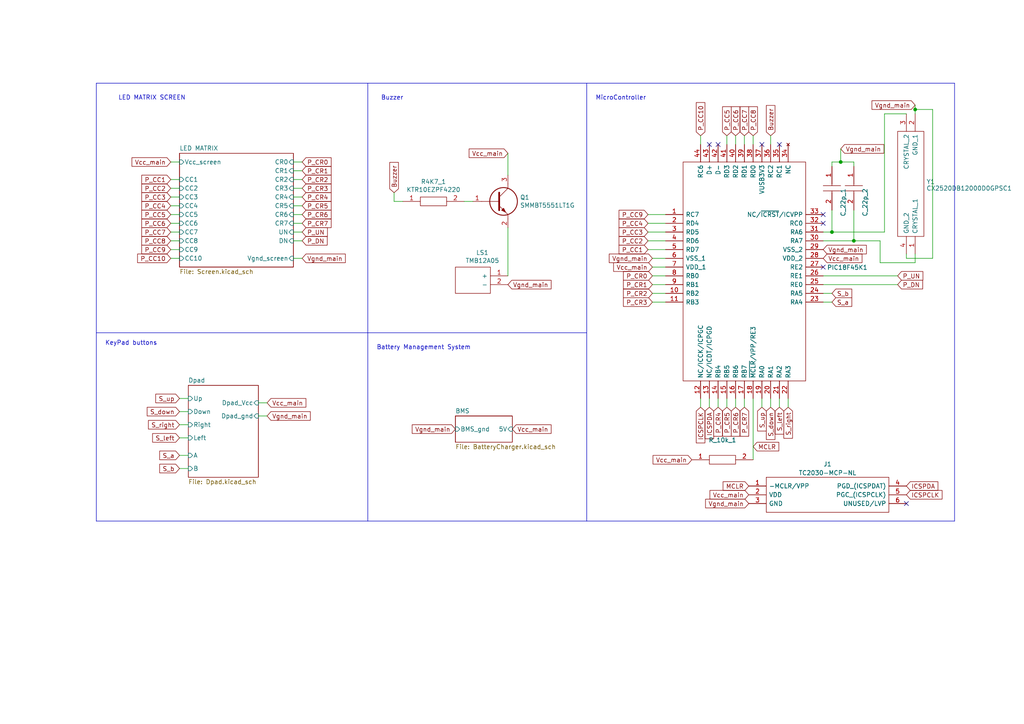
<source format=kicad_sch>
(kicad_sch (version 20230121) (generator eeschema)
  (paper "A4")
  (title_block (title "PicBytes Micro - General") (date "2023-07-03") (rev "V1.0") (company "Making Devices") (comment 1 "Rubén G.S."))
  (lib_symbols
    (symbol "PicBytesMicro-rescue:GCG21BR71H154KA01K-SamacSys_Parts" (pin_names (offset 0.762))
      (property "Reference" "C" (at 8.89 6.35 0))
      (property "Value" "GCG21BR71H154KA01K-SamacSys_Parts" (at 8.89 3.81 0))
      (symbol "GCG21BR71H154KA01K-SamacSys_Parts_0_0"
        (pin passive line (at 0 0 0) (length 5.08) (name "~") (number "1"))
        (pin passive line (at 12.7 0 180) (length 5.08) (name "~") (number "2"))
      )
      (symbol "GCG21BR71H154KA01K-SamacSys_Parts_0_1"
        (polyline (pts (xy 5.08 0) (xy 5.588 0)) (stroke (width 0.1524)))
        (polyline (pts (xy 5.588 2.54) (xy 5.588 -2.54)) (stroke (width 0.1524)))
        (polyline (pts (xy 7.112 0) (xy 7.62 0)) (stroke (width 0.1524)))
        (polyline (pts (xy 7.112 2.54) (xy 7.112 -2.54)) (stroke (width 0.1524)))
      )
    )
    (symbol "PicBytesMicro-rescue:KTR10EZPF4220-SamacSys_Parts" (pin_names (offset 0.762))
      (property "Reference" "R" (at 13.97 6.35 0))
      (property "Value" "KTR10EZPF4220-SamacSys_Parts" (at 13.97 3.81 0))
      (symbol "KTR10EZPF4220-SamacSys_Parts_0_0"
        (pin passive line (at 0 0 0) (length 5.08) (name "~") (number "1"))
        (pin passive line (at 17.78 0 180) (length 5.08) (name "~") (number "2"))
      )
      (symbol "KTR10EZPF4220-SamacSys_Parts_0_1"
        (polyline (pts (xy 5.08 1.27) (xy 12.7 1.27) (xy 12.7 -1.27) (xy 5.08 -1.27) (xy 5.08 1.27)) (stroke (width 0.1524)))
      )
    )
    (symbol "PicBytesMicro-rescue:PIC18F45K50-I_PT-SamacSys_Parts" (pin_names (offset 0.762))
      (property "Reference" "IC" (at 41.91 20.32 0))
      (property "Value" "PIC18F45K50-I_PT-SamacSys_Parts" (at 41.91 17.78 0))
      (symbol "PIC18F45K50-I_PT-SamacSys_Parts_0_0"
        (pin passive line (at 0 0 0) (length 5.08) (name "RC7") (number "1"))
        (pin passive line (at 0 -22.86 0) (length 5.08) (name "RB2") (number "10"))
        (pin passive line (at 0 -25.4 0) (length 5.08) (name "RB3") (number "11"))
        (pin passive line (at 10.16 -53.34 90) (length 5.08) (name "NC/ICCK/ICPGC") (number "12"))
        (pin passive line (at 12.7 -53.34 90) (length 5.08) (name "NC/ICDT/ICPGD") (number "13"))
        (pin passive line (at 15.24 -53.34 90) (length 5.08) (name "RB4") (number "14"))
        (pin passive line (at 17.78 -53.34 90) (length 5.08) (name "RB5") (number "15"))
        (pin passive line (at 20.32 -53.34 90) (length 5.08) (name "RB6") (number "16"))
        (pin passive line (at 22.86 -53.34 90) (length 5.08) (name "RB7") (number "17"))
        (pin passive line (at 25.4 -53.34 90) (length 5.08) (name "~{MCLR}/VPP/RE3") (number "18"))
        (pin passive line (at 27.94 -53.34 90) (length 5.08) (name "RA0") (number "19"))
        (pin passive line (at 0 -2.54 0) (length 5.08) (name "RD4") (number "2"))
        (pin passive line (at 30.48 -53.34 90) (length 5.08) (name "RA1") (number "20"))
        (pin passive line (at 33.02 -53.34 90) (length 5.08) (name "RA2") (number "21"))
        (pin passive line (at 35.56 -53.34 90) (length 5.08) (name "RA3") (number "22"))
        (pin passive line (at 45.72 -25.4 180) (length 5.08) (name "RA4") (number "23"))
        (pin passive line (at 45.72 -22.86 180) (length 5.08) (name "RA5") (number "24"))
        (pin passive line (at 45.72 -20.32 180) (length 5.08) (name "RE0") (number "25"))
        (pin passive line (at 45.72 -17.78 180) (length 5.08) (name "RE1") (number "26"))
        (pin passive line (at 45.72 -15.24 180) (length 5.08) (name "RE2") (number "27"))
        (pin passive line (at 45.72 -12.7 180) (length 5.08) (name "VDD_2") (number "28"))
        (pin passive line (at 45.72 -10.16 180) (length 5.08) (name "VSS_2") (number "29"))
        (pin passive line (at 0 -5.08 0) (length 5.08) (name "RD5") (number "3"))
        (pin passive line (at 45.72 -7.62 180) (length 5.08) (name "RA7") (number "30"))
        (pin passive line (at 45.72 -5.08 180) (length 5.08) (name "RA6") (number "31"))
        (pin passive line (at 45.72 -2.54 180) (length 5.08) (name "RC0") (number "32"))
        (pin passive line (at 45.72 0 180) (length 5.08) (name "NC/~{ICRST}/ICVPP") (number "33"))
        (pin no_connect line (at 35.56 20.32 270) (length 5.08) (name "NC") (number "34"))
        (pin passive line (at 33.02 20.32 270) (length 5.08) (name "RC1") (number "35"))
        (pin passive line (at 30.48 20.32 270) (length 5.08) (name "RC2") (number "36"))
        (pin passive line (at 27.94 20.32 270) (length 5.08) (name "VUSB3V3") (number "37"))
        (pin passive line (at 25.4 20.32 270) (length 5.08) (name "RD0") (number "38"))
        (pin passive line (at 22.86 20.32 270) (length 5.08) (name "RD1") (number "39"))
        (pin passive line (at 0 -7.62 0) (length 5.08) (name "RD6") (number "4"))
        (pin passive line (at 20.32 20.32 270) (length 5.08) (name "RD2") (number "40"))
        (pin passive line (at 17.78 20.32 270) (length 5.08) (name "RD3") (number "41"))
        (pin passive line (at 15.24 20.32 270) (length 5.08) (name "D-") (number "42"))
        (pin passive line (at 12.7 20.32 270) (length 5.08) (name "D+") (number "43"))
        (pin passive line (at 10.16 20.32 270) (length 5.08) (name "RC6") (number "44"))
        (pin passive line (at 0 -10.16 0) (length 5.08) (name "RD7") (number "5"))
        (pin passive line (at 0 -12.7 0) (length 5.08) (name "VSS_1") (number "6"))
        (pin passive line (at 0 -15.24 0) (length 5.08) (name "VDD_1") (number "7"))
        (pin passive line (at 0 -17.78 0) (length 5.08) (name "RB0") (number "8"))
        (pin passive line (at 0 -20.32 0) (length 5.08) (name "RB1") (number "9"))
      )
      (symbol "PIC18F45K50-I_PT-SamacSys_Parts_0_1"
        (polyline (pts (xy 5.08 15.24) (xy 40.64 15.24) (xy 40.64 -48.26) (xy 5.08 -48.26) (xy 5.08 15.24)) (stroke (width 0.1524)))
      )
    )
    (symbol "PicBytesMicro-rescue:SMMBT5551LT1G-SamacSys_Parts" (pin_names (offset 0.762))
      (property "Reference" "Q" (at 13.97 1.27 0))
      (property "Value" "SMMBT5551LT1G-SamacSys_Parts" (at 13.97 -1.27 0))
      (symbol "SMMBT5551LT1G-SamacSys_Parts_0_0"
        (pin passive line (at 0 0 0) (length 2.54) (name "~") (number "1"))
        (pin passive line (at 10.16 -7.62 90) (length 2.54) (name "~") (number "2"))
        (pin passive line (at 10.16 7.62 270) (length 2.54) (name "~") (number "3"))
      )
      (symbol "SMMBT5551LT1G-SamacSys_Parts_0_1"
        (polyline (pts (xy 2.54 0) (xy 7.62 0)) (stroke (width 0.1524)))
        (polyline (pts (xy 7.62 -1.27) (xy 10.16 -3.81)) (stroke (width 0.1524)))
        (polyline (pts (xy 7.62 1.27) (xy 10.16 3.81)) (stroke (width 0.1524)))
        (polyline (pts (xy 7.62 2.54) (xy 7.62 -2.54)) (stroke (width 0.508)))
        (polyline (pts (xy 10.16 -3.81) (xy 10.16 -5.08)) (stroke (width 0.1524)))
        (polyline (pts (xy 10.16 3.81) (xy 10.16 5.08)) (stroke (width 0.1524)))
        (polyline (pts (xy 8.382 -2.54) (xy 8.89 -2.032) (xy 9.398 -3.048) (xy 8.382 -2.54)) (stroke (width 0.254)) (fill (type outline)))
        (circle (center 8.89 0) (radius 4.0132) (stroke (width 0.254)))
      )
    )
    (symbol "PicBytesMicro-rescue:TMB12A05-SamacSys_Parts" (pin_names (offset 0.762))
      (property "Reference" "LS" (at 16.51 7.62 0))
      (property "Value" "TMB12A05-SamacSys_Parts" (at 16.51 5.08 0))
      (symbol "TMB12A05-SamacSys_Parts_0_0"
        (pin passive line (at 0 -2.54 0) (length 5.08) (name "+") (number "1"))
        (pin passive line (at 0 0 0) (length 5.08) (name "-") (number "2"))
      )
      (symbol "TMB12A05-SamacSys_Parts_0_1"
        (polyline (pts (xy 5.08 2.54) (xy 15.24 2.54) (xy 15.24 -5.08) (xy 5.08 -5.08) (xy 5.08 2.54)) (stroke (width 0.1524)))
      )
    )
    (symbol "User_lib:CX2520DB12000D0GPSC1" (pin_names (offset 0.762))
      (property "Reference" "Y" (at 36.83 7.62 0))
      (property "Value" "CX2520DB12000D0GPSC1" (at 36.83 5.08 0))
      (symbol "CX2520DB12000D0GPSC1_0_0"
        (pin passive line (at 0 -2.54 0) (length 5.08) (name "CRYSTAL_1") (number "1"))
        (pin passive line (at 40.64 -2.54 180) (length 5.08) (name "GND_1") (number "2"))
        (pin passive line (at 40.64 0 180) (length 5.08) (name "CRYSTAL_2") (number "3"))
        (pin passive line (at 0 0 0) (length 5.08) (name "GND_2") (number "4"))
      )
      (symbol "CX2520DB12000D0GPSC1_0_1"
        (polyline (pts (xy 5.08 2.54) (xy 35.56 2.54) (xy 35.56 -5.08) (xy 5.08 -5.08) (xy 5.08 2.54)) (stroke (width 0.1524)))
      )
    )
    (symbol "User_lib:TC2030-MCP-NL" (pin_names (offset 0.762))
      (property "Reference" "J" (at 41.91 7.62 0))
      (property "Value" "TC2030-MCP-NL" (at 41.91 5.08 0))
      (symbol "TC2030-MCP-NL_0_0"
        (pin passive line (at 0 0 0) (length 5.08) (name "-MCLR/VPP") (number "1"))
        (pin passive line (at 0 -2.54 0) (length 5.08) (name "VDD") (number "2"))
        (pin passive line (at 0 -5.08 0) (length 5.08) (name "GND") (number "3"))
        (pin passive line (at 45.72 0 180) (length 5.08) (name "PGD_(ICSPDAT)") (number "4"))
        (pin passive line (at 45.72 -2.54 180) (length 5.08) (name "PGC_(ICSPCLK)") (number "5"))
        (pin passive line (at 45.72 -5.08 180) (length 5.08) (name "UNUSED/LVP") (number "6"))
      )
      (symbol "TC2030-MCP-NL_0_1"
        (polyline (pts (xy 5.08 2.54) (xy 40.64 2.54) (xy 40.64 -7.62) (xy 5.08 -7.62) (xy 5.08 2.54)) (stroke (width 0.1524)))
      )
    )
  )
  (junction (at 243.84 46.99))
  (junction (at 265.43 31.75))
  (junction (at 247.65 69.85))
  (junction (at 241.3 67.31))
  (no_connect (at 238.76 62.23))
  (no_connect (at 205.74 41.91))
  (no_connect (at 220.98 41.91))
  (no_connect (at 238.76 64.77))
  (no_connect (at 226.06 41.91))
  (no_connect (at 208.28 41.91))
  (no_connect (at 238.76 77.47))
  (no_connect (at 262.89 146.05))
  (wire (pts (xy 218.44 133.35) (xy 218.44 115.57)))
  (wire (pts (xy 49.53 54.61) (xy 52.07 54.61)))
  (wire (pts (xy 193.04 72.39) (xy 187.96 72.39)))
  (wire (pts (xy 247.65 69.85) (xy 255.27 69.85)))
  (wire (pts (xy 54.61 135.89) (xy 52.07 135.89)))
  (wire (pts (xy 87.63 49.53) (xy 85.09 49.53)))
  (wire (pts (xy 52.07 67.31) (xy 49.53 67.31)))
  (wire (pts (xy 52.07 132.08) (xy 54.61 132.08)))
  (wire (pts (xy 223.52 39.37) (xy 223.52 41.91)))
  (wire (pts (xy 265.43 31.75) (xy 270.51 31.75)))
  (wire (pts (xy 52.07 123.19) (xy 54.61 123.19)))
  (wire (pts (xy 189.23 74.93) (xy 193.04 74.93)))
  (wire (pts (xy 87.63 57.15) (xy 85.09 57.15)))
  (wire (pts (xy 85.09 64.77) (xy 87.63 64.77)))
  (wire (pts (xy 52.07 57.15) (xy 49.53 57.15)))
  (wire (pts (xy 193.04 87.63) (xy 189.23 87.63)))
  (wire (pts (xy 213.36 118.11) (xy 213.36 115.57)))
  (wire (pts (xy 203.2 39.37) (xy 203.2 41.91)))
  (wire (pts (xy 247.65 46.99) (xy 243.84 46.99)))
  (wire (pts (xy 116.84 58.42) (xy 114.3 58.42)))
  (wire (pts (xy 220.98 118.11) (xy 220.98 115.57)))
  (wire (pts (xy 77.47 116.84) (xy 74.93 116.84)))
  (wire (pts (xy 187.96 64.77) (xy 193.04 64.77)))
  (wire (pts (xy 193.04 77.47) (xy 189.23 77.47)))
  (wire (pts (xy 265.43 30.48) (xy 265.43 31.75)))
  (wire (pts (xy 247.65 69.85) (xy 247.65 60.96)))
  (wire (pts (xy 241.3 87.63) (xy 238.76 87.63)))
  (wire (pts (xy 265.43 73.66) (xy 265.43 76.2)))
  (wire (pts (xy 52.07 52.07) (xy 49.53 52.07)))
  (wire (pts (xy 49.53 69.85) (xy 52.07 69.85)))
  (wire (pts (xy 49.53 64.77) (xy 52.07 64.77)))
  (polyline (pts (xy 170.18 151.13) (xy 170.18 24.13)))
  (wire (pts (xy 49.53 74.93) (xy 52.07 74.93)))
  (wire (pts (xy 87.63 74.93) (xy 85.09 74.93)))
  (wire (pts (xy 270.51 74.93) (xy 262.89 74.93)))
  (wire (pts (xy 243.84 43.18) (xy 243.84 46.99)))
  (wire (pts (xy 241.3 67.31) (xy 238.76 67.31)))
  (wire (pts (xy 247.65 48.26) (xy 247.65 46.99)))
  (wire (pts (xy 218.44 39.37) (xy 218.44 41.91)))
  (wire (pts (xy 265.43 31.75) (xy 265.43 33.02)))
  (wire (pts (xy 203.2 118.11) (xy 203.2 115.57)))
  (polyline (pts (xy 170.18 96.52) (xy 27.94 96.52)))
  (wire (pts (xy 256.54 33.02) (xy 256.54 67.31)))
  (wire (pts (xy 114.3 58.42) (xy 114.3 55.88)))
  (wire (pts (xy 262.89 74.93) (xy 262.89 73.66)))
  (wire (pts (xy 193.04 62.23) (xy 187.96 62.23)))
  (wire (pts (xy 228.6 118.11) (xy 228.6 115.57)))
  (wire (pts (xy 87.63 54.61) (xy 85.09 54.61)))
  (wire (pts (xy 52.07 72.39) (xy 49.53 72.39)))
  (polyline (pts (xy 27.94 24.13) (xy 27.94 151.13)))
  (wire (pts (xy 87.63 52.07) (xy 85.09 52.07)))
  (wire (pts (xy 208.28 118.11) (xy 208.28 115.57)))
  (wire (pts (xy 85.09 69.85) (xy 87.63 69.85)))
  (wire (pts (xy 52.07 46.99) (xy 49.53 46.99)))
  (wire (pts (xy 270.51 31.75) (xy 270.51 74.93)))
  (wire (pts (xy 247.65 69.85) (xy 238.76 69.85)))
  (wire (pts (xy 243.84 46.99) (xy 241.3 46.99)))
  (wire (pts (xy 241.3 60.96) (xy 241.3 67.31)))
  (polyline (pts (xy 106.68 151.13) (xy 106.68 24.13)))
  (wire (pts (xy 262.89 33.02) (xy 256.54 33.02)))
  (wire (pts (xy 238.76 82.55) (xy 260.35 82.55)))
  (wire (pts (xy 210.82 39.37) (xy 210.82 41.91)))
  (wire (pts (xy 215.9 118.11) (xy 215.9 115.57)))
  (wire (pts (xy 77.47 120.65) (xy 74.93 120.65)))
  (wire (pts (xy 265.43 76.2) (xy 255.27 76.2)))
  (wire (pts (xy 87.63 67.31) (xy 85.09 67.31)))
  (wire (pts (xy 260.35 80.01) (xy 238.76 80.01)))
  (wire (pts (xy 193.04 82.55) (xy 189.23 82.55)))
  (wire (pts (xy 213.36 39.37) (xy 213.36 41.91)))
  (wire (pts (xy 87.63 46.99) (xy 85.09 46.99)))
  (wire (pts (xy 215.9 39.37) (xy 215.9 41.91)))
  (wire (pts (xy 193.04 67.31) (xy 187.96 67.31)))
  (wire (pts (xy 54.61 115.57) (xy 52.07 115.57)))
  (wire (pts (xy 189.23 80.01) (xy 193.04 80.01)))
  (wire (pts (xy 226.06 118.11) (xy 226.06 115.57)))
  (wire (pts (xy 137.16 58.42) (xy 134.62 58.42)))
  (wire (pts (xy 187.96 69.85) (xy 193.04 69.85)))
  (wire (pts (xy 241.3 46.99) (xy 241.3 48.26)))
  (polyline (pts (xy 276.86 24.13) (xy 276.86 151.13)))
  (wire (pts (xy 54.61 127) (xy 52.07 127)))
  (wire (pts (xy 205.74 118.11) (xy 205.74 115.57)))
  (wire (pts (xy 147.32 66.04) (xy 147.32 80.01)))
  (wire (pts (xy 255.27 76.2) (xy 255.27 69.85)))
  (wire (pts (xy 241.3 67.31) (xy 256.54 67.31)))
  (wire (pts (xy 54.61 119.38) (xy 52.07 119.38)))
  (wire (pts (xy 49.53 59.69) (xy 52.07 59.69)))
  (wire (pts (xy 52.07 62.23) (xy 49.53 62.23)))
  (wire (pts (xy 241.3 85.09) (xy 238.76 85.09)))
  (wire (pts (xy 189.23 85.09) (xy 193.04 85.09)))
  (wire (pts (xy 210.82 118.11) (xy 210.82 115.57)))
  (wire (pts (xy 223.52 118.11) (xy 223.52 115.57)))
  (wire (pts (xy 147.32 44.45) (xy 147.32 50.8)))
  (wire (pts (xy 85.09 59.69) (xy 87.63 59.69)))
  (polyline (pts (xy 27.94 151.13) (xy 276.86 151.13)))
  (polyline (pts (xy 27.94 24.13) (xy 276.86 24.13)))
  (wire (pts (xy 87.63 62.23) (xy 85.09 62.23)))
  (text "MicroController" (at 172.72 29.21 0) (effects (font (size 1.27 1.27)) (justify left bottom)))
  (text "KeyPad buttons" (at 30.48 100.33 0) (effects (font (size 1.27 1.27)) (justify left bottom)))
  (text "Battery Management System" (at 109.22 101.6 0) (effects (font (size 1.27 1.27)) (justify left bottom)))
  (text "LED MATRIX SCREEN\n" (at 34.29 29.21 0) (effects (font (size 1.27 1.27)) (justify left bottom)))
  (text "Buzzer\n" (at 110.49 29.21 0) (effects (font (size 1.27 1.27)) (justify left bottom)))
  (global_label "Vgnd_main" (shape input) (at 265.43 30.48 180) (property "Intersheetrefs" "${INTERSHEET_REFS}" (effects hide)))
  (global_label "P_CC4" (shape input) (at 187.96 64.77 180) (property "Intersheetrefs" "${INTERSHEET_REFS}" (effects hide)))
  (global_label "P_CR2" (shape input) (at 189.23 85.09 180) (property "Intersheetrefs" "${INTERSHEET_REFS}" (effects hide)))
  (global_label "S_left" (shape input) (at 226.06 118.11 270) (property "Intersheetrefs" "${INTERSHEET_REFS}" (effects hide)))
  (global_label "P_CC5" (shape input) (at 49.53 62.23 180) (property "Intersheetrefs" "${INTERSHEET_REFS}" (effects hide)))
  (global_label "MCLR" (shape input) (at 218.44 129.54 0) (property "Intersheetrefs" "${INTERSHEET_REFS}" (effects hide)))
  (global_label "P_CC7" (shape input) (at 49.53 67.31 180) (property "Intersheetrefs" "${INTERSHEET_REFS}" (effects hide)))
  (global_label "P_CR2" (shape input) (at 87.63 52.07 0) (property "Intersheetrefs" "${INTERSHEET_REFS}" (effects hide)))
  (global_label "Vcc_main" (shape input) (at 238.76 74.93 0) (property "Intersheetrefs" "${INTERSHEET_REFS}" (effects hide)))
  (global_label "P_CC10" (shape input) (at 49.53 74.93 180) (property "Intersheetrefs" "${INTERSHEET_REFS}" (effects hide)))
  (global_label "P_CC8" (shape input) (at 49.53 69.85 180) (property "Intersheetrefs" "${INTERSHEET_REFS}" (effects hide)))
  (global_label "Buzzer" (shape input) (at 114.3 55.88 90) (property "Intersheetrefs" "${INTERSHEET_REFS}" (effects hide)))
  (global_label "Vcc_main" (shape input) (at 77.47 116.84 0) (property "Intersheetrefs" "${INTERSHEET_REFS}" (effects hide)))
  (global_label "S_down" (shape input) (at 52.07 119.38 180) (property "Intersheetrefs" "${INTERSHEET_REFS}" (effects hide)))
  (global_label "P_CR1" (shape input) (at 189.23 82.55 180) (property "Intersheetrefs" "${INTERSHEET_REFS}" (effects hide)))
  (global_label "ICSPCLK" (shape input) (at 262.89 143.51 0) (property "Intersheetrefs" "${INTERSHEET_REFS}" (effects hide)))
  (global_label "Vcc_main" (shape input) (at 217.17 143.51 180) (property "Intersheetrefs" "${INTERSHEET_REFS}" (effects hide)))
  (global_label "P_CR3" (shape input) (at 87.63 54.61 0) (property "Intersheetrefs" "${INTERSHEET_REFS}" (effects hide)))
  (global_label "Vcc_main" (shape input) (at 200.66 133.35 180) (property "Intersheetrefs" "${INTERSHEET_REFS}" (effects hide)))
  (global_label "P_CC7" (shape input) (at 215.9 39.37 90) (property "Intersheetrefs" "${INTERSHEET_REFS}" (effects hide)))
  (global_label "MCLR" (shape input) (at 217.17 140.97 180) (property "Intersheetrefs" "${INTERSHEET_REFS}" (effects hide)))
  (global_label "ICSPDA" (shape input) (at 205.74 118.11 270) (property "Intersheetrefs" "${INTERSHEET_REFS}" (effects hide)))
  (global_label "P_CC1" (shape input) (at 187.96 72.39 180) (property "Intersheetrefs" "${INTERSHEET_REFS}" (effects hide)))
  (global_label "P_CC9" (shape input) (at 187.96 62.23 180) (property "Intersheetrefs" "${INTERSHEET_REFS}" (effects hide)))
  (global_label "P_CR6" (shape input) (at 87.63 62.23 0) (property "Intersheetrefs" "${INTERSHEET_REFS}" (effects hide)))
  (global_label "ICSPDA" (shape input) (at 262.89 140.97 0) (property "Intersheetrefs" "${INTERSHEET_REFS}" (effects hide)))
  (global_label "S_a" (shape input) (at 241.3 87.63 0) (property "Intersheetrefs" "${INTERSHEET_REFS}" (effects hide)))
  (global_label "Vcc_main" (shape input) (at 147.32 44.45 180) (property "Intersheetrefs" "${INTERSHEET_REFS}" (effects hide)))
  (global_label "P_CR4" (shape input) (at 208.28 118.11 270) (property "Intersheetrefs" "${INTERSHEET_REFS}" (effects hide)))
  (global_label "P_CC10" (shape input) (at 203.2 39.37 90) (property "Intersheetrefs" "${INTERSHEET_REFS}" (effects hide)))
  (global_label "P_CC9" (shape input) (at 49.53 72.39 180) (property "Intersheetrefs" "${INTERSHEET_REFS}" (effects hide)))
  (global_label "S_down" (shape input) (at 223.52 118.11 270) (property "Intersheetrefs" "${INTERSHEET_REFS}" (effects hide)))
  (global_label "S_left" (shape input) (at 52.07 127 180) (property "Intersheetrefs" "${INTERSHEET_REFS}" (effects hide)))
  (global_label "P_CR0" (shape input) (at 87.63 46.99 0) (property "Intersheetrefs" "${INTERSHEET_REFS}" (effects hide)))
  (global_label "P_DN" (shape input) (at 87.63 69.85 0) (property "Intersheetrefs" "${INTERSHEET_REFS}" (effects hide)))
  (global_label "P_CC6" (shape input) (at 213.36 39.37 90) (property "Intersheetrefs" "${INTERSHEET_REFS}" (effects hide)))
  (global_label "Vcc_main" (shape input) (at 148.59 124.46 0) (property "Intersheetrefs" "${INTERSHEET_REFS}" (effects hide)))
  (global_label "P_CC6" (shape input) (at 49.53 64.77 180) (property "Intersheetrefs" "${INTERSHEET_REFS}" (effects hide)))
  (global_label "P_UN" (shape input) (at 87.63 67.31 0) (property "Intersheetrefs" "${INTERSHEET_REFS}" (effects hide)))
  (global_label "P_CC8" (shape input) (at 218.44 39.37 90) (property "Intersheetrefs" "${INTERSHEET_REFS}" (effects hide)))
  (global_label "P_CR7" (shape input) (at 87.63 64.77 0) (property "Intersheetrefs" "${INTERSHEET_REFS}" (effects hide)))
  (global_label "P_CC1" (shape input) (at 49.53 52.07 180) (property "Intersheetrefs" "${INTERSHEET_REFS}" (effects hide)))
  (global_label "Vgnd_main" (shape input) (at 87.63 74.93 0) (property "Intersheetrefs" "${INTERSHEET_REFS}" (effects hide)))
  (global_label "Vgnd_main" (shape input) (at 238.76 72.39 0) (property "Intersheetrefs" "${INTERSHEET_REFS}" (effects hide)))
  (global_label "P_CC2" (shape input) (at 187.96 69.85 180) (property "Intersheetrefs" "${INTERSHEET_REFS}" (effects hide)))
  (global_label "P_CC4" (shape input) (at 49.53 59.69 180) (property "Intersheetrefs" "${INTERSHEET_REFS}" (effects hide)))
  (global_label "P_CR6" (shape input) (at 213.36 118.11 270) (property "Intersheetrefs" "${INTERSHEET_REFS}" (effects hide)))
  (global_label "P_CC3" (shape input) (at 187.96 67.31 180) (property "Intersheetrefs" "${INTERSHEET_REFS}" (effects hide)))
  (global_label "Vgnd_main" (shape input) (at 189.23 74.93 180) (property "Intersheetrefs" "${INTERSHEET_REFS}" (effects hide)))
  (global_label "ICSPCLK" (shape input) (at 203.2 118.11 270) (property "Intersheetrefs" "${INTERSHEET_REFS}" (effects hide)))
  (global_label "P_UN" (shape input) (at 260.35 80.01 0) (property "Intersheetrefs" "${INTERSHEET_REFS}" (effects hide)))
  (global_label "S_a" (shape input) (at 52.07 132.08 180) (property "Intersheetrefs" "${INTERSHEET_REFS}" (effects hide)))
  (global_label "S_b" (shape input) (at 52.07 135.89 180) (property "Intersheetrefs" "${INTERSHEET_REFS}" (effects hide)))
  (global_label "P_CR7" (shape input) (at 215.9 118.11 270) (property "Intersheetrefs" "${INTERSHEET_REFS}" (effects hide)))
  (global_label "P_CR1" (shape input) (at 87.63 49.53 0) (property "Intersheetrefs" "${INTERSHEET_REFS}" (effects hide)))
  (global_label "P_CC2" (shape input) (at 49.53 54.61 180) (property "Intersheetrefs" "${INTERSHEET_REFS}" (effects hide)))
  (global_label "Vcc_main" (shape input) (at 189.23 77.47 180) (property "Intersheetrefs" "${INTERSHEET_REFS}" (effects hide)))
  (global_label "S_right" (shape input) (at 228.6 118.11 270) (property "Intersheetrefs" "${INTERSHEET_REFS}" (effects hide)))
  (global_label "S_right" (shape input) (at 52.07 123.19 180) (property "Intersheetrefs" "${INTERSHEET_REFS}" (effects hide)))
  (global_label "S_b" (shape input) (at 241.3 85.09 0) (property "Intersheetrefs" "${INTERSHEET_REFS}" (effects hide)))
  (global_label "P_CC5" (shape input) (at 210.82 39.37 90) (property "Intersheetrefs" "${INTERSHEET_REFS}" (effects hide)))
  (global_label "S_up" (shape input) (at 220.98 118.11 270) (property "Intersheetrefs" "${INTERSHEET_REFS}" (effects hide)))
  (global_label "P_CR3" (shape input) (at 189.23 87.63 180) (property "Intersheetrefs" "${INTERSHEET_REFS}" (effects hide)))
  (global_label "Vcc_main" (shape input) (at 49.53 46.99 180) (property "Intersheetrefs" "${INTERSHEET_REFS}" (effects hide)))
  (global_label "S_up" (shape input) (at 52.07 115.57 180) (property "Intersheetrefs" "${INTERSHEET_REFS}" (effects hide)))
  (global_label "Vgnd_main" (shape input) (at 243.84 43.18 0) (property "Intersheetrefs" "${INTERSHEET_REFS}" (effects hide)))
  (global_label "Vgnd_main" (shape input) (at 147.32 82.55 0) (property "Intersheetrefs" "${INTERSHEET_REFS}" (effects hide)))
  (global_label "P_CR5" (shape input) (at 210.82 118.11 270) (property "Intersheetrefs" "${INTERSHEET_REFS}" (effects hide)))
  (global_label "Vgnd_main" (shape input) (at 217.17 146.05 180) (property "Intersheetrefs" "${INTERSHEET_REFS}" (effects hide)))
  (global_label "P_CR5" (shape input) (at 87.63 59.69 0) (property "Intersheetrefs" "${INTERSHEET_REFS}" (effects hide)))
  (global_label "P_CR4" (shape input) (at 87.63 57.15 0) (property "Intersheetrefs" "${INTERSHEET_REFS}" (effects hide)))
  (global_label "Vgnd_main" (shape input) (at 77.47 120.65 0) (property "Intersheetrefs" "${INTERSHEET_REFS}" (effects hide)))
  (global_label "Vgnd_main" (shape input) (at 132.08 124.46 180) (property "Intersheetrefs" "${INTERSHEET_REFS}" (effects hide)))
  (global_label "P_CC3" (shape input) (at 49.53 57.15 180) (property "Intersheetrefs" "${INTERSHEET_REFS}" (effects hide)))
  (global_label "Buzzer" (shape input) (at 223.52 39.37 90) (property "Intersheetrefs" "${INTERSHEET_REFS}" (effects hide)))
  (global_label "P_CR0" (shape input) (at 189.23 80.01 180) (property "Intersheetrefs" "${INTERSHEET_REFS}" (effects hide)))
  (global_label "P_DN" (shape input) (at 260.35 82.55 0) (property "Intersheetrefs" "${INTERSHEET_REFS}" (effects hide)))
  (symbol (lib_id "PicBytesMicro-rescue:GCG21BR71H154KA01K-SamacSys_Parts") (at 241.3 48.26 270) (unit 1)
    (property "Reference" "C_22p_1" (at 244.5512 54.61 0) (effects (justify left)))
    (property "Value" "GCG21BR71H154KA01K" (effects hide))
    (property "Footprint" "CAPC2012X145N" (effects hide))
    (property "Datasheet" "https://psearch.en.murata.com/capacitor/product/GCG21BR71H154KA01%23.html" (effects hide))
    (property "Description" "Capacitor L=2.0mm W=1.25mm T=1.25mm" (effects hide))
    (property "Height" "1.45" (effects hide))
    (property "Manufacturer_Name" "Murata Electronics" (effects hide))
    (property "Manufacturer_Part_Number" "GCG21BR71H154KA01K" (effects hide))
  )
  (symbol (lib_id "PicBytesMicro-rescue:GCG21BR71H154KA01K-SamacSys_Parts") (at 247.65 48.26 270) (unit 1)
    (property "Reference" "C_22p_2" (at 250.9012 54.61 0) (effects (justify left)))
    (property "Value" "GCG21BR71H154KA01K" (effects hide))
    (property "Footprint" "CAPC2012X145N" (effects hide))
    (property "Datasheet" "https://psearch.en.murata.com/capacitor/product/GCG21BR71H154KA01%23.html" (effects hide))
    (property "Description" "Capacitor L=2.0mm W=1.25mm T=1.25mm" (effects hide))
    (property "Height" "1.45" (effects hide))
    (property "Manufacturer_Name" "Murata Electronics" (effects hide))
    (property "Manufacturer_Part_Number" "GCG21BR71H154KA01K" (effects hide))
  )
  (symbol (lib_id "PicBytesMicro-rescue:KTR10EZPF4220-SamacSys_Parts") (at 200.66 133.35 0) (unit 1)
    (property "Reference" "R_10k_1" (at 209.55 127.635 0))
    (property "Value" "KTR10EZPF4220" (effects hide))
    (property "Footprint" "RESC2012X65N" (effects hide))
    (property "Datasheet" "http://rohmfs.rohm.com/en/products/databook/datasheet/passive/resistor/chip_resistor/ktr.pdf" (effects hide))
    (property "Description" "ROHM 0805 Resistor Chip" (effects hide))
    (property "Height" "0.65" (effects hide))
    (property "Manufacturer_Name" "ROHM Semiconductor" (effects hide))
    (property "Manufacturer_Part_Number" "KTR10EZPF4220" (effects hide))
  )
  (symbol (lib_id "PicBytesMicro-rescue:SMMBT5551LT1G-SamacSys_Parts") (at 137.16 58.42 0) (unit 1)
    (property "Reference" "Q1" (at 150.8252 57.2516 0) (effects (justify left)))
    (property "Value" "SMMBT5551LT1G" (at 150.8252 59.563 0) (effects (justify left)))
    (property "Footprint" "SOT96P237X111-3N" (effects hide))
    (property "Datasheet" "http://uk.rs-online.com/web/p/products/1841498P" (effects hide))
    (property "Description" "NPN Bipolar Transistor, 600 mA 160 V, 3-pin SOT-23" (effects hide))
    (property "Height" "1.11" (effects hide))
    (property "RS Part Number" "1841498P" (effects hide))
    (property "RS Price/Stock" "http://uk.rs-online.com/web/p/products/1841498P" (effects hide))
    (property "Manufacturer_Name" "ON Semiconductor" (effects hide))
    (property "Manufacturer_Part_Number" "SMMBT5551LT1G" (effects hide))
    (property "Allied_Number" "70300580" (effects hide))
  )
  (symbol (lib_id "PicBytesMicro-rescue:KTR10EZPF4220-SamacSys_Parts") (at 116.84 58.42 0) (unit 1)
    (property "Reference" "R4K7_1" (at 125.73 52.705 0))
    (property "Value" "KTR10EZPF4220" (at 125.73 55.0164 0))
    (property "Footprint" "RESC2012X65N" (effects hide))
    (property "Datasheet" "http://rohmfs.rohm.com/en/products/databook/datasheet/passive/resistor/chip_resistor/ktr.pdf" (effects hide))
    (property "Description" "ROHM 0805 Resistor Chip" (effects hide))
    (property "Height" "0.65" (effects hide))
    (property "Manufacturer_Name" "ROHM Semiconductor" (effects hide))
    (property "Manufacturer_Part_Number" "KTR10EZPF4220" (effects hide))
  )
  (symbol (lib_id "PicBytesMicro-rescue:TMB12A05-SamacSys_Parts") (at 147.32 82.55 180) (unit 1)
    (property "Reference" "LS1" (at 139.9032 73.279 0))
    (property "Value" "TMB12A05" (at 139.9032 75.5904 0))
    (property "Footprint" "TMB12A05" (effects hide))
    (property "Datasheet" "https://datasheet.lcsc.com/szlcsc/Jiangsu-Huaneng-Elec-TMB12A05_C96093.pdf" (effects hide))
    (property "Description" "12*9.5 Buzzers RoHS" (effects hide))
    (property "Height" "9.5" (effects hide))
    (property "Manufacturer_Name" "Jiangsu Huaneng Elec" (effects hide))
    (property "Manufacturer_Part_Number" "TMB12A05" (effects hide))
  )
  (symbol (lib_id "PicBytesMicro-rescue:PIC18F45K50-I_PT-SamacSys_Parts") (at 193.04 62.23 0) (unit 1)
    (property "Reference" "PIC18F45K1" (at 239.8776 77.5716 0) (effects (justify left)))
    (property "Value" "PIC18F45K50-I_PT" (effects hide))
    (property "Footprint" "QFP80P1200X1200X120-44N" (effects hide))
    (property "Datasheet" "http://uk.rs-online.com/web/p/products/7864031P" (effects hide))
    (property "Description" "Microchip PIC18F45K50-I/PT, 8bit PIC Microcontroller, 48MHz, 32 kB Flash, 44-Pin TQFP" (effects hide))
    (property "Height" "1.2" (effects hide))
    (property "RS Part Number" "7864031P" (effects hide))
    (property "RS Price/Stock" "http://uk.rs-online.com/web/p/products/7864031P" (effects hide))
    (property "Manufacturer_Name" "Microchip" (effects hide))
    (property "Manufacturer_Part_Number" "PIC18F45K50-I/PT" (effects hide))
    (property "Allied_Number" "70323053" (effects hide))
  )
  (symbol (lib_id "User_lib:CX2520DB12000D0GPSC1") (at 262.89 73.66 90) (unit 1)
    (property "Reference" "Y1" (at 268.6812 52.6963 90) (effects (justify right)))
    (property "Value" "CX2520DB12000D0GPSC1" (at 268.6812 54.6173 90) (effects (justify right)))
    (property "Footprint" "CX2520DB12000D0GPSC1" (effects hide))
    (property "Datasheet" "https://media.digikey.com/pdf/Data%20Sheets/AVX%20PDFs/CX2520DB_USY1M-H1-16428-00_Spec.pdf" (effects hide))
    (property "Description" "Crystals AEC-Q200 12MHz 8pF 2.5x2mm" (effects hide))
    (property "Height" "0.55" (effects hide))
    (property "Manufacturer_Name" "KYOCERA" (effects hide))
    (property "Manufacturer_Part_Number" "CX2520DB12000D0GPSC1" (effects hide))
  )
  (symbol (lib_id "User_lib:TC2030-MCP-NL") (at 217.17 140.97 0) (unit 1)
    (property "Reference" "J1" (at 240.03 134.62 0))
    (property "Value" "TC2030-MCP-NL" (at 240.03 137.16 0))
    (property "Footprint" "TC2030-MCP-NL" (effects hide))
    (property "Datasheet" "http://uk.rs-online.com/web/p/products/8252561" (effects hide))
    (property "Description" "TC2030-MCP-NL PCB Footprint (no legs)" (effects hide))
    (property "RS Part Number" "8252561" (effects hide))
    (property "RS Price/Stock" "http://uk.rs-online.com/web/p/products/8252561" (effects hide))
    (property "Manufacturer_Name" "Microchip" (effects hide))
    (property "Manufacturer_Part_Number" "TC2030-MCP-NL" (effects hide))
  )
  (sheet (at 52.07 44.45) (size 33.02 33.02)
    (property "Sheetname" "LED MATRIX" (at 52.07 43.7384 0) (effects (justify left bottom)))
    (property "Sheetfile" "Screen.kicad_sch" (at 52.07 78.0546 0) (effects (justify left top)))
    (pin "Vcc_screen" input (at 52.07 46.99 180))
    (pin "CC1" input (at 52.07 52.07 180))
    (pin "CC2" input (at 52.07 54.61 180))
    (pin "CC3" input (at 52.07 57.15 180))
    (pin "CC4" input (at 52.07 59.69 180))
    (pin "CC5" input (at 52.07 62.23 180))
    (pin "CC6" input (at 52.07 64.77 180))
    (pin "CC7" input (at 52.07 67.31 180))
    (pin "CC8" input (at 52.07 69.85 180))
    (pin "CC9" input (at 52.07 72.39 180))
    (pin "CC10" input (at 52.07 74.93 180))
    (pin "CR0" input (at 85.09 46.99 0))
    (pin "CR1" input (at 85.09 49.53 0))
    (pin "CR2" input (at 85.09 52.07 0))
    (pin "CR3" input (at 85.09 54.61 0))
    (pin "CR4" input (at 85.09 57.15 0))
    (pin "CR5" input (at 85.09 59.69 0))
    (pin "CR6" input (at 85.09 62.23 0))
    (pin "CR7" input (at 85.09 64.77 0))
    (pin "UN" input (at 85.09 67.31 0))
    (pin "DN" input (at 85.09 69.85 0))
    (pin "Vgnd_screen" input (at 85.09 74.93 0))
  )
  (sheet (at 54.61 111.76) (size 20.32 26.67)
    (property "Sheetname" "Dpad" (at 54.61 111.0484 0) (effects (justify left bottom)))
    (property "Sheetfile" "Dpad.kicad_sch" (at 54.61 139.0146 0) (effects (justify left top)))
    (pin "Up" input (at 54.61 115.57 180))
    (pin "Down" input (at 54.61 119.38 180))
    (pin "Right" input (at 54.61 123.19 180))
    (pin "Left" input (at 54.61 127 180))
    (pin "A" input (at 54.61 132.08 180))
    (pin "B" input (at 54.61 135.89 180))
    (pin "Dpad_Vcc" input (at 74.93 116.84 0))
    (pin "Dpad_gnd" input (at 74.93 120.65 0))
  )
  (sheet (at 132.08 120.65) (size 16.51 7.62)
    (property "Sheetname" "BMS" (at 132.08 119.9384 0) (effects (justify left bottom)))
    (property "Sheetfile" "BatteryCharger.kicad_sch" (at 132.08 128.8546 0) (effects (justify left top)))
    (pin "BMS_gnd" input (at 132.08 124.46 180))
    (pin "5V" input (at 148.59 124.46 0))
  )
)
</source>
